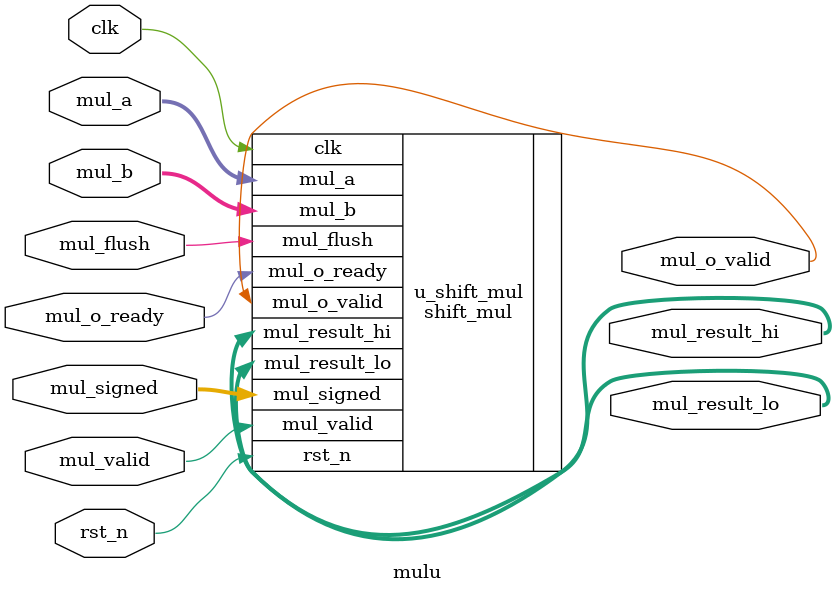
<source format=v>


// This program is distributed in the hope that it will be useful,
// but WITHOUT ANY WARRANTY; without even the implied warranty of
// MERCHANTABILITY or FITNESS FOR A PARTICULAR PURPOSE.  See the
// GNU General Public License for more details.

// You should have received a copy of the GNU General Public License
// along with this program.  If not, see <https://www.gnu.org/licenses/>.

// Please contact me through the following email: <qwe15889844242@163.com>

`include "./define.v"
module mulu (
    input               clk,
    input               rst_n,
    input               mul_flush,
    input               mul_valid,
    // output              mul_ready,
    input   [1:0]       mul_signed,
    input   [63:0]      mul_a,
    input   [63:0]      mul_b,
    output  [63:0]      mul_result_hi,
    output  [63:0]      mul_result_lo,
    // output              mul_busy,
    input               mul_o_ready,
    output              mul_o_valid
);

`ifdef use_booth_mul

booth_mul u_booth_mul(
    .clk         	( clk          ),
    .rst_n       	( rst_n        ),
    .mul_flush      ( mul_flush    ),
    .mul_valid   	( mul_valid    ),
    // .mul_ready   	( mul_ready    ),
    .mul_signed     ( mul_signed   ),
    .mul_a       	( mul_a        ),
    .mul_b       	( mul_b        ),
    .mul_result_hi  ( mul_result_hi),
    .mul_result_lo  ( mul_result_lo),
    // .mul_busy       ( mul_busy     ),
    .mul_o_ready    ( mul_o_ready  ),
    .mul_o_valid 	( mul_o_valid  )
);

`else

shift_mul u_shift_mul(
    .clk         	( clk          ),
    .rst_n       	( rst_n        ),
    .mul_flush      ( mul_flush    ),
    .mul_valid   	( mul_valid    ),
    // .mul_ready   	( mul_ready    ),
    .mul_signed     ( mul_signed   ),
    .mul_a       	( mul_a        ),
    .mul_b       	( mul_b        ),
    .mul_result_hi  ( mul_result_hi),
    .mul_result_lo  ( mul_result_lo),
    // .mul_busy       ( mul_busy     ),
    .mul_o_ready    ( mul_o_ready  ),
    .mul_o_valid 	( mul_o_valid  )
);

`endif 

endmodule //mulu

</source>
